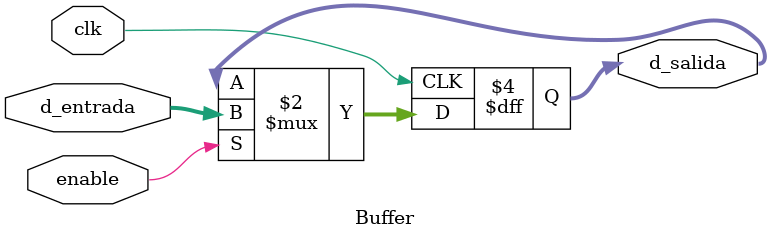
<source format=v>
module Buffer (
    input wire clk,
    input wire enable,
    input wire [31:0] d_entrada, //dato de entrada
    output reg [31:0] d_salida //dato de salida
);

    always @(posedge clk) begin
        if (enable)
            d_salida <= d_entrada;
    end

endmodule


</source>
